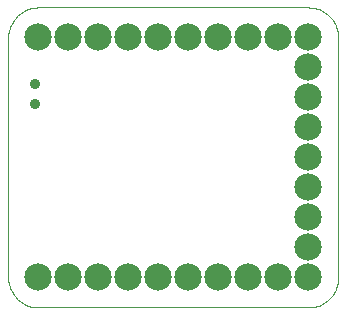
<source format=gbs>
G75*
G70*
%OFA0B0*%
%FSLAX24Y24*%
%IPPOS*%
%LPD*%
%AMOC8*
5,1,8,0,0,1.08239X$1,22.5*
%
%ADD10C,0.0000*%
%ADD11C,0.0907*%
%ADD12C,0.0356*%
D10*
X001500Y000500D02*
X010500Y000500D01*
X010560Y000502D01*
X010621Y000507D01*
X010680Y000516D01*
X010739Y000529D01*
X010798Y000545D01*
X010855Y000565D01*
X010910Y000588D01*
X010965Y000615D01*
X011017Y000644D01*
X011068Y000677D01*
X011117Y000713D01*
X011163Y000751D01*
X011207Y000793D01*
X011249Y000837D01*
X011287Y000883D01*
X011323Y000932D01*
X011356Y000983D01*
X011385Y001035D01*
X011412Y001090D01*
X011435Y001145D01*
X011455Y001202D01*
X011471Y001261D01*
X011484Y001320D01*
X011493Y001379D01*
X011498Y001440D01*
X011500Y001500D01*
X011500Y009500D01*
X011498Y009560D01*
X011493Y009621D01*
X011484Y009680D01*
X011471Y009739D01*
X011455Y009798D01*
X011435Y009855D01*
X011412Y009910D01*
X011385Y009965D01*
X011356Y010017D01*
X011323Y010068D01*
X011287Y010117D01*
X011249Y010163D01*
X011207Y010207D01*
X011163Y010249D01*
X011117Y010287D01*
X011068Y010323D01*
X011017Y010356D01*
X010965Y010385D01*
X010910Y010412D01*
X010855Y010435D01*
X010798Y010455D01*
X010739Y010471D01*
X010680Y010484D01*
X010621Y010493D01*
X010560Y010498D01*
X010500Y010500D01*
X001500Y010500D01*
X001440Y010498D01*
X001379Y010493D01*
X001320Y010484D01*
X001261Y010471D01*
X001202Y010455D01*
X001145Y010435D01*
X001090Y010412D01*
X001035Y010385D01*
X000983Y010356D01*
X000932Y010323D01*
X000883Y010287D01*
X000837Y010249D01*
X000793Y010207D01*
X000751Y010163D01*
X000713Y010117D01*
X000677Y010068D01*
X000644Y010017D01*
X000615Y009965D01*
X000588Y009910D01*
X000565Y009855D01*
X000545Y009798D01*
X000529Y009739D01*
X000516Y009680D01*
X000507Y009621D01*
X000502Y009560D01*
X000500Y009500D01*
X000500Y001500D01*
X000502Y001440D01*
X000507Y001379D01*
X000516Y001320D01*
X000529Y001261D01*
X000545Y001202D01*
X000565Y001145D01*
X000588Y001090D01*
X000615Y001035D01*
X000644Y000983D01*
X000677Y000932D01*
X000713Y000883D01*
X000751Y000837D01*
X000793Y000793D01*
X000837Y000751D01*
X000883Y000713D01*
X000932Y000677D01*
X000983Y000644D01*
X001035Y000615D01*
X001090Y000588D01*
X001145Y000565D01*
X001202Y000545D01*
X001261Y000529D01*
X001320Y000516D01*
X001379Y000507D01*
X001440Y000502D01*
X001500Y000500D01*
X001237Y007290D02*
X001239Y007313D01*
X001245Y007336D01*
X001255Y007357D01*
X001268Y007377D01*
X001284Y007394D01*
X001303Y007408D01*
X001324Y007418D01*
X001346Y007425D01*
X001369Y007428D01*
X001393Y007427D01*
X001415Y007422D01*
X001437Y007413D01*
X001457Y007401D01*
X001475Y007385D01*
X001489Y007367D01*
X001501Y007347D01*
X001509Y007325D01*
X001513Y007302D01*
X001513Y007278D01*
X001509Y007255D01*
X001501Y007233D01*
X001489Y007213D01*
X001475Y007195D01*
X001457Y007179D01*
X001437Y007167D01*
X001415Y007158D01*
X001393Y007153D01*
X001369Y007152D01*
X001346Y007155D01*
X001324Y007162D01*
X001303Y007172D01*
X001284Y007186D01*
X001268Y007203D01*
X001255Y007223D01*
X001245Y007244D01*
X001239Y007267D01*
X001237Y007290D01*
X001237Y007960D02*
X001239Y007983D01*
X001245Y008006D01*
X001255Y008027D01*
X001268Y008047D01*
X001284Y008064D01*
X001303Y008078D01*
X001324Y008088D01*
X001346Y008095D01*
X001369Y008098D01*
X001393Y008097D01*
X001415Y008092D01*
X001437Y008083D01*
X001457Y008071D01*
X001475Y008055D01*
X001489Y008037D01*
X001501Y008017D01*
X001509Y007995D01*
X001513Y007972D01*
X001513Y007948D01*
X001509Y007925D01*
X001501Y007903D01*
X001489Y007883D01*
X001475Y007865D01*
X001457Y007849D01*
X001437Y007837D01*
X001415Y007828D01*
X001393Y007823D01*
X001369Y007822D01*
X001346Y007825D01*
X001324Y007832D01*
X001303Y007842D01*
X001284Y007856D01*
X001268Y007873D01*
X001255Y007893D01*
X001245Y007914D01*
X001239Y007937D01*
X001237Y007960D01*
D11*
X001500Y009500D03*
X002500Y009500D03*
X003500Y009500D03*
X004500Y009500D03*
X005500Y009500D03*
X006500Y009500D03*
X007500Y009500D03*
X008500Y009500D03*
X009500Y009500D03*
X010500Y009500D03*
X010500Y008500D03*
X010500Y007500D03*
X010500Y006500D03*
X010500Y005500D03*
X010500Y004500D03*
X010500Y003500D03*
X010500Y002500D03*
X010500Y001500D03*
X009500Y001500D03*
X008500Y001500D03*
X007500Y001500D03*
X006500Y001500D03*
X005500Y001500D03*
X004500Y001500D03*
X003500Y001500D03*
X002500Y001500D03*
X001500Y001500D03*
D12*
X001375Y007290D03*
X001375Y007960D03*
M02*

</source>
